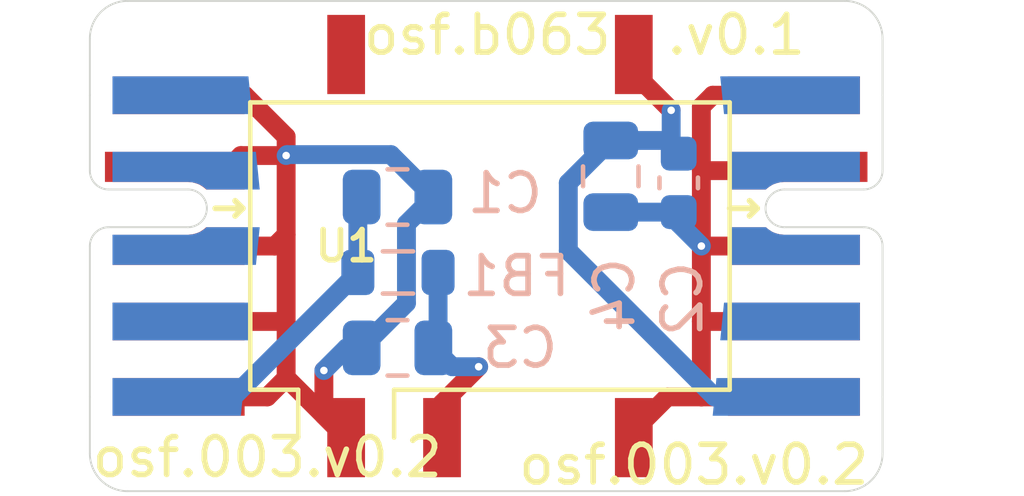
<source format=kicad_pcb>
(kicad_pcb (version 20171130) (host pcbnew "(5.1.10)-1")

  (general
    (thickness 1.6)
    (drawings 13)
    (tracks 66)
    (zones 0)
    (modules 8)
    (nets 6)
  )

  (page A4)
  (layers
    (0 F.Cu signal)
    (31 B.Cu signal)
    (32 B.Adhes user)
    (33 F.Adhes user)
    (34 B.Paste user)
    (35 F.Paste user)
    (36 B.SilkS user)
    (37 F.SilkS user)
    (38 B.Mask user)
    (39 F.Mask user)
    (40 Dwgs.User user)
    (41 Cmts.User user)
    (42 Eco1.User user)
    (43 Eco2.User user)
    (44 Edge.Cuts user)
    (45 Margin user)
    (46 B.CrtYd user)
    (47 F.CrtYd user)
    (48 B.Fab user)
    (49 F.Fab user)
  )

  (setup
    (last_trace_width 0.15)
    (user_trace_width 0.2)
    (user_trace_width 0.5)
    (trace_clearance 0.15)
    (zone_clearance 0.4)
    (zone_45_only no)
    (trace_min 0.15)
    (via_size 0.45)
    (via_drill 0.2)
    (via_min_size 0.45)
    (via_min_drill 0.2)
    (uvia_size 0.3)
    (uvia_drill 0.1)
    (uvias_allowed no)
    (uvia_min_size 0.2)
    (uvia_min_drill 0.1)
    (edge_width 0.05)
    (segment_width 0.2)
    (pcb_text_width 0.3)
    (pcb_text_size 1.5 1.5)
    (mod_edge_width 0.12)
    (mod_text_size 1 1)
    (mod_text_width 0.15)
    (pad_size 1.524 1.524)
    (pad_drill 0.762)
    (pad_to_mask_clearance 0.04)
    (solder_mask_min_width 0.1)
    (aux_axis_origin 0 0)
    (visible_elements 7FFFFFFF)
    (pcbplotparams
      (layerselection 0x010fc_ffffffff)
      (usegerberextensions false)
      (usegerberattributes false)
      (usegerberadvancedattributes false)
      (creategerberjobfile false)
      (excludeedgelayer true)
      (linewidth 0.100000)
      (plotframeref false)
      (viasonmask false)
      (mode 1)
      (useauxorigin false)
      (hpglpennumber 1)
      (hpglpenspeed 20)
      (hpglpendiameter 15.000000)
      (psnegative false)
      (psa4output false)
      (plotreference true)
      (plotvalue true)
      (plotinvisibletext false)
      (padsonsilk false)
      (subtractmaskfromsilk false)
      (outputformat 1)
      (mirror false)
      (drillshape 0)
      (scaleselection 1)
      (outputdirectory "gerber"))
  )

  (net 0 "")
  (net 1 /isolator/GND1)
  (net 2 /isolator/VDD1)
  (net 3 /isolator/GND2)
  (net 4 /isolator/VDD2)
  (net 5 "Net-(C3-Pad1)")

  (net_class Default "This is the default net class."
    (clearance 0.15)
    (trace_width 0.15)
    (via_dia 0.45)
    (via_drill 0.2)
    (uvia_dia 0.3)
    (uvia_drill 0.1)
    (add_net /isolator/GND1)
    (add_net /isolator/GND2)
    (add_net /isolator/VDD1)
    (add_net /isolator/VDD2)
    (add_net "Net-(C3-Pad1)")
  )

  (module AI-footprints:PDS2-S5 (layer F.Cu) (tedit 604AD32C) (tstamp 60A142F0)
    (at 87.6 80.5)
    (path /6083C3A8/61153199)
    (fp_text reference U1 (at -3.81 0 180) (layer F.SilkS)
      (effects (font (size 0.8 0.8) (thickness 0.15)))
    )
    (fp_text value PDS2-S5 (at 0 1.27) (layer F.Fab)
      (effects (font (size 1 1) (thickness 0.15)))
    )
    (fp_line (start -6.35 -3.81) (end 6.35 -3.81) (layer F.SilkS) (width 0.12))
    (fp_line (start 6.35 -3.81) (end 6.35 3.81) (layer F.SilkS) (width 0.12))
    (fp_line (start 6.35 3.81) (end -2.54 3.81) (layer F.SilkS) (width 0.12))
    (fp_line (start -6.35 3.81) (end -6.35 -3.81) (layer F.SilkS) (width 0.12))
    (fp_line (start -2.54 5.08) (end -2.54 3.81) (layer F.SilkS) (width 0.12))
    (fp_line (start -5.08 5.08) (end -5.08 3.81) (layer F.SilkS) (width 0.12))
    (fp_line (start -5.08 3.81) (end -6.35 3.81) (layer F.SilkS) (width 0.12))
    (pad 8 smd rect (at -3.81 -5.08) (size 1 2.1) (layers F.Cu F.Paste F.Mask))
    (pad 5 smd rect (at 3.81 -5.08) (size 1 2.1) (layers F.Cu F.Paste F.Mask)
      (net 4 /isolator/VDD2))
    (pad 4 smd rect (at 3.81 5.08) (size 1 2.1) (layers F.Cu F.Paste F.Mask)
      (net 3 /isolator/GND2))
    (pad 2 smd rect (at -1.27 5.08) (size 1 2.1) (layers F.Cu F.Paste F.Mask)
      (net 5 "Net-(C3-Pad1)"))
    (pad 1 smd rect (at -3.81 5.08) (size 1 2.1) (layers F.Cu F.Paste F.Mask)
      (net 1 /isolator/GND1))
    (model /run/media/manjho4x/GitPartition/AI_Gits/aiKiCad_Bibliotheken/AI-3D-models/CUI_PDS2-S5-S3-M.step
      (offset (xyz 0 0 0.2))
      (scale (xyz 1 1 1))
      (rotate (xyz -90 0 0))
    )
  )

  (module Inductor_SMD:L_0805_2012Metric (layer B.Cu) (tedit 5F68FEF0) (tstamp 61153AA1)
    (at 85.1625 81.2 180)
    (descr "Inductor SMD 0805 (2012 Metric), square (rectangular) end terminal, IPC_7351 nominal, (Body size source: IPC-SM-782 page 80, https://www.pcb-3d.com/wordpress/wp-content/uploads/ipc-sm-782a_amendment_1_and_2.pdf), generated with kicad-footprint-generator")
    (tags inductor)
    (path /6083C3A8/6115683F)
    (attr smd)
    (fp_text reference FB1 (at -3.1375 -0.1) (layer B.SilkS)
      (effects (font (size 1 1) (thickness 0.15)) (justify mirror))
    )
    (fp_text value 0R (at 0 -1.55) (layer B.Fab)
      (effects (font (size 1 1) (thickness 0.15)) (justify mirror))
    )
    (fp_line (start 1.75 -0.85) (end -1.75 -0.85) (layer B.CrtYd) (width 0.05))
    (fp_line (start 1.75 0.85) (end 1.75 -0.85) (layer B.CrtYd) (width 0.05))
    (fp_line (start -1.75 0.85) (end 1.75 0.85) (layer B.CrtYd) (width 0.05))
    (fp_line (start -1.75 -0.85) (end -1.75 0.85) (layer B.CrtYd) (width 0.05))
    (fp_line (start -0.399622 -0.56) (end 0.399622 -0.56) (layer B.SilkS) (width 0.12))
    (fp_line (start -0.399622 0.56) (end 0.399622 0.56) (layer B.SilkS) (width 0.12))
    (fp_line (start 1 -0.45) (end -1 -0.45) (layer B.Fab) (width 0.1))
    (fp_line (start 1 0.45) (end 1 -0.45) (layer B.Fab) (width 0.1))
    (fp_line (start -1 0.45) (end 1 0.45) (layer B.Fab) (width 0.1))
    (fp_line (start -1 -0.45) (end -1 0.45) (layer B.Fab) (width 0.1))
    (fp_text user %R (at 0 0) (layer B.Fab)
      (effects (font (size 0.5 0.5) (thickness 0.08)) (justify mirror))
    )
    (pad 2 smd roundrect (at 1.0625 0 180) (size 0.875 1.2) (layers B.Cu B.Paste B.Mask) (roundrect_rratio 0.25)
      (net 2 /isolator/VDD1))
    (pad 1 smd roundrect (at -1.0625 0 180) (size 0.875 1.2) (layers B.Cu B.Paste B.Mask) (roundrect_rratio 0.25)
      (net 5 "Net-(C3-Pad1)"))
    (model ${KISYS3DMOD}/Inductor_SMD.3dshapes/L_0805_2012Metric.wrl
      (at (xyz 0 0 0))
      (scale (xyz 1 1 1))
      (rotate (xyz 0 0 0))
    )
  )

  (module Capacitor_SMD:C_0805_2012Metric (layer B.Cu) (tedit 5F68FEEE) (tstamp 61153A90)
    (at 90.8 78.65 270)
    (descr "Capacitor SMD 0805 (2012 Metric), square (rectangular) end terminal, IPC_7351 nominal, (Body size source: IPC-SM-782 page 76, https://www.pcb-3d.com/wordpress/wp-content/uploads/ipc-sm-782a_amendment_1_and_2.pdf, https://docs.google.com/spreadsheets/d/1BsfQQcO9C6DZCsRaXUlFlo91Tg2WpOkGARC1WS5S8t0/edit?usp=sharing), generated with kicad-footprint-generator")
    (tags capacitor)
    (path /6083C3A8/61154B35)
    (attr smd)
    (fp_text reference C4 (at 3.15 -0.1 90) (layer B.SilkS)
      (effects (font (size 1 1) (thickness 0.15)) (justify mirror))
    )
    (fp_text value 10uF (at 0 -1.68 90) (layer B.Fab)
      (effects (font (size 1 1) (thickness 0.15)) (justify mirror))
    )
    (fp_line (start 1.7 -0.98) (end -1.7 -0.98) (layer B.CrtYd) (width 0.05))
    (fp_line (start 1.7 0.98) (end 1.7 -0.98) (layer B.CrtYd) (width 0.05))
    (fp_line (start -1.7 0.98) (end 1.7 0.98) (layer B.CrtYd) (width 0.05))
    (fp_line (start -1.7 -0.98) (end -1.7 0.98) (layer B.CrtYd) (width 0.05))
    (fp_line (start -0.261252 -0.735) (end 0.261252 -0.735) (layer B.SilkS) (width 0.12))
    (fp_line (start -0.261252 0.735) (end 0.261252 0.735) (layer B.SilkS) (width 0.12))
    (fp_line (start 1 -0.625) (end -1 -0.625) (layer B.Fab) (width 0.1))
    (fp_line (start 1 0.625) (end 1 -0.625) (layer B.Fab) (width 0.1))
    (fp_line (start -1 0.625) (end 1 0.625) (layer B.Fab) (width 0.1))
    (fp_line (start -1 -0.625) (end -1 0.625) (layer B.Fab) (width 0.1))
    (fp_text user %R (at 0 0 90) (layer B.Fab)
      (effects (font (size 0.5 0.5) (thickness 0.08)) (justify mirror))
    )
    (pad 2 smd roundrect (at 0.95 0 270) (size 1 1.45) (layers B.Cu B.Paste B.Mask) (roundrect_rratio 0.25)
      (net 3 /isolator/GND2))
    (pad 1 smd roundrect (at -0.95 0 270) (size 1 1.45) (layers B.Cu B.Paste B.Mask) (roundrect_rratio 0.25)
      (net 4 /isolator/VDD2))
    (model ${KISYS3DMOD}/Capacitor_SMD.3dshapes/C_0805_2012Metric.wrl
      (at (xyz 0 0 0))
      (scale (xyz 1 1 1))
      (rotate (xyz 0 0 0))
    )
  )

  (module Capacitor_SMD:C_0805_2012Metric (layer B.Cu) (tedit 5F68FEEE) (tstamp 61262708)
    (at 85.15 83.2 180)
    (descr "Capacitor SMD 0805 (2012 Metric), square (rectangular) end terminal, IPC_7351 nominal, (Body size source: IPC-SM-782 page 76, https://www.pcb-3d.com/wordpress/wp-content/uploads/ipc-sm-782a_amendment_1_and_2.pdf, https://docs.google.com/spreadsheets/d/1BsfQQcO9C6DZCsRaXUlFlo91Tg2WpOkGARC1WS5S8t0/edit?usp=sharing), generated with kicad-footprint-generator")
    (tags capacitor)
    (path /6083C3A8/61155C6B)
    (attr smd)
    (fp_text reference C3 (at -3.25 0) (layer B.SilkS)
      (effects (font (size 1 1) (thickness 0.15)) (justify mirror))
    )
    (fp_text value 10uF (at 0 -1.68) (layer B.Fab)
      (effects (font (size 1 1) (thickness 0.15)) (justify mirror))
    )
    (fp_line (start 1.7 -0.98) (end -1.7 -0.98) (layer B.CrtYd) (width 0.05))
    (fp_line (start 1.7 0.98) (end 1.7 -0.98) (layer B.CrtYd) (width 0.05))
    (fp_line (start -1.7 0.98) (end 1.7 0.98) (layer B.CrtYd) (width 0.05))
    (fp_line (start -1.7 -0.98) (end -1.7 0.98) (layer B.CrtYd) (width 0.05))
    (fp_line (start -0.261252 -0.735) (end 0.261252 -0.735) (layer B.SilkS) (width 0.12))
    (fp_line (start -0.261252 0.735) (end 0.261252 0.735) (layer B.SilkS) (width 0.12))
    (fp_line (start 1 -0.625) (end -1 -0.625) (layer B.Fab) (width 0.1))
    (fp_line (start 1 0.625) (end 1 -0.625) (layer B.Fab) (width 0.1))
    (fp_line (start -1 0.625) (end 1 0.625) (layer B.Fab) (width 0.1))
    (fp_line (start -1 -0.625) (end -1 0.625) (layer B.Fab) (width 0.1))
    (fp_text user %R (at 0 0) (layer B.Fab)
      (effects (font (size 0.5 0.5) (thickness 0.08)) (justify mirror))
    )
    (pad 2 smd roundrect (at 0.95 0 180) (size 1 1.45) (layers B.Cu B.Paste B.Mask) (roundrect_rratio 0.25)
      (net 1 /isolator/GND1))
    (pad 1 smd roundrect (at -0.95 0 180) (size 1 1.45) (layers B.Cu B.Paste B.Mask) (roundrect_rratio 0.25)
      (net 5 "Net-(C3-Pad1)"))
    (model ${KISYS3DMOD}/Capacitor_SMD.3dshapes/C_0805_2012Metric.wrl
      (at (xyz 0 0 0))
      (scale (xyz 1 1 1))
      (rotate (xyz 0 0 0))
    )
  )

  (module Capacitor_SMD:C_0805_2012Metric (layer B.Cu) (tedit 5F68FEEE) (tstamp 60A1421F)
    (at 85.15 79.2)
    (descr "Capacitor SMD 0805 (2012 Metric), square (rectangular) end terminal, IPC_7351 nominal, (Body size source: IPC-SM-782 page 76, https://www.pcb-3d.com/wordpress/wp-content/uploads/ipc-sm-782a_amendment_1_and_2.pdf, https://docs.google.com/spreadsheets/d/1BsfQQcO9C6DZCsRaXUlFlo91Tg2WpOkGARC1WS5S8t0/edit?usp=sharing), generated with kicad-footprint-generator")
    (tags capacitor)
    (path /6083C3A8/60A18186)
    (attr smd)
    (fp_text reference C1 (at 2.85 -0.1) (layer B.SilkS)
      (effects (font (size 1 1) (thickness 0.15)) (justify mirror))
    )
    (fp_text value 10uF (at 0 -1.68) (layer B.Fab)
      (effects (font (size 1 1) (thickness 0.15)) (justify mirror))
    )
    (fp_line (start 1.7 -0.98) (end -1.7 -0.98) (layer B.CrtYd) (width 0.05))
    (fp_line (start 1.7 0.98) (end 1.7 -0.98) (layer B.CrtYd) (width 0.05))
    (fp_line (start -1.7 0.98) (end 1.7 0.98) (layer B.CrtYd) (width 0.05))
    (fp_line (start -1.7 -0.98) (end -1.7 0.98) (layer B.CrtYd) (width 0.05))
    (fp_line (start -0.261252 -0.735) (end 0.261252 -0.735) (layer B.SilkS) (width 0.12))
    (fp_line (start -0.261252 0.735) (end 0.261252 0.735) (layer B.SilkS) (width 0.12))
    (fp_line (start 1 -0.625) (end -1 -0.625) (layer B.Fab) (width 0.1))
    (fp_line (start 1 0.625) (end 1 -0.625) (layer B.Fab) (width 0.1))
    (fp_line (start -1 0.625) (end 1 0.625) (layer B.Fab) (width 0.1))
    (fp_line (start -1 -0.625) (end -1 0.625) (layer B.Fab) (width 0.1))
    (fp_text user %R (at 0 0) (layer B.Fab)
      (effects (font (size 0.5 0.5) (thickness 0.08)) (justify mirror))
    )
    (pad 2 smd roundrect (at 0.95 0) (size 1 1.45) (layers B.Cu B.Paste B.Mask) (roundrect_rratio 0.25)
      (net 1 /isolator/GND1))
    (pad 1 smd roundrect (at -0.95 0) (size 1 1.45) (layers B.Cu B.Paste B.Mask) (roundrect_rratio 0.25)
      (net 2 /isolator/VDD1))
    (model ${KISYS3DMOD}/Capacitor_SMD.3dshapes/C_0805_2012Metric.wrl
      (at (xyz 0 0 0))
      (scale (xyz 1 1 1))
      (rotate (xyz 0 0 0))
    )
  )

  (module on_edge:on_edge_2x05_host (layer F.Cu) (tedit 607DF692) (tstamp 60A14270)
    (at 98 80.5 270)
    (path /61158FCF)
    (attr virtual)
    (fp_text reference J2 (at 0.05 -3.2 180 unlocked) (layer F.Fab)
      (effects (font (size 0.5 0.5) (thickness 0.125)))
    )
    (fp_text value 003_power (at -1.2 -2 90) (layer F.Fab)
      (effects (font (size 1 1) (thickness 0.15)))
    )
    (fp_line (start -1 4.05) (end -1 3.323) (layer F.SilkS) (width 0.153))
    (fp_line (start -0.8 3.523) (end -1 3.323) (layer F.SilkS) (width 0.153))
    (fp_line (start -1 3.323) (end -1.2 3.523) (layer F.SilkS) (width 0.153))
    (fp_line (start -1.5 0.5) (end -1.5 2.6) (layer Edge.Cuts) (width 0.05))
    (fp_line (start -0.5 2.6) (end -0.5 0.5) (layer Edge.Cuts) (width 0.05))
    (fp_line (start -4 0) (end -2 0) (layer Edge.Cuts) (width 0.05))
    (fp_line (start 0 0) (end 4 0) (layer Edge.Cuts) (width 0.05))
    (fp_line (start -5 5) (end 5 5) (layer F.CrtYd) (width 0.05))
    (fp_line (start 5 5) (end 5 -0.5) (layer F.CrtYd) (width 0.05))
    (fp_line (start 5 -0.5) (end -5 -0.5) (layer F.CrtYd) (width 0.05))
    (fp_line (start -5 -0.5) (end -5 5) (layer F.CrtYd) (width 0.05))
    (fp_line (start 5 5) (end -5 5) (layer B.CrtYd) (width 0.05))
    (fp_line (start -5 5) (end -5 -0.5) (layer B.CrtYd) (width 0.05))
    (fp_line (start -5 -0.5) (end 5 -0.5) (layer B.CrtYd) (width 0.05))
    (fp_line (start 5 -0.5) (end 5 5) (layer B.CrtYd) (width 0.05))
    (fp_arc (start 0 0.5) (end 0 0) (angle -90) (layer Edge.Cuts) (width 0.05))
    (fp_arc (start -2 0.5) (end -1.5 0.5) (angle -90) (layer Edge.Cuts) (width 0.05))
    (fp_arc (start -1 2.6) (end -1.5 2.6) (angle -180) (layer Edge.Cuts) (width 0.05))
    (pad 2 smd custom (at -2 3.6 270) (size 1 1) (layers F.Cu F.Mask)
      (net 3 /isolator/GND2) (zone_connect 0)
      (options (clearance outline) (anchor rect))
      (primitives
        (gr_poly (pts
           (xy 0.3 -0.99) (xy 0.31 -0.88) (xy 0.33 -0.8) (xy 0.35 -0.74) (xy 0.37 -0.69)
           (xy 0.4 -0.64) (xy 0.44 -0.58) (xy 0.48 -0.53) (xy 0.5 -0.51) (xy 0.5 0.5)
           (xy -0.5 0.5) (xy -0.5 -3.2) (xy 0.3 -3.2)) (width 0))
      ))
    (pad 3 smd custom (at 0 3.6 270) (size 1 1) (layers F.Cu F.Mask)
      (net 3 /isolator/GND2) (zone_connect 0)
      (options (clearance outline) (anchor rect))
      (primitives
        (gr_poly (pts
           (xy -0.3 -0.99) (xy -0.31 -0.88) (xy -0.33 -0.8) (xy -0.35 -0.74) (xy -0.37 -0.69)
           (xy -0.4 -0.64) (xy -0.44 -0.58) (xy -0.48 -0.53) (xy -0.5 -0.51) (xy -0.5 0.5)
           (xy 0.5 0.5) (xy 0.5 -3) (xy -0.3 -3)) (width 0))
      ))
    (pad 8 smd custom (at 0 2.1 90) (size 0.4 0.4) (layers B.Cu B.Mask)
      (zone_connect 0)
      (options (clearance outline) (anchor rect))
      (primitives
        (gr_poly (pts
           (xy 0.3 -0.51) (xy 0.31 -0.62) (xy 0.33 -0.7) (xy 0.35 -0.76) (xy 0.37 -0.81)
           (xy 0.4 -0.86) (xy 0.44 -0.92) (xy 0.48 -0.97) (xy 0.5 -0.99) (xy 0.5 -1.9)
           (xy -0.5 -2) (xy -0.5 1.5) (xy 0.3 1.5)) (width 0))
      ))
    (pad 7 smd custom (at -2 2.1 90) (size 0.4 0.4) (layers B.Cu B.Mask)
      (zone_connect 0)
      (options (clearance outline) (anchor rect))
      (primitives
        (gr_poly (pts
           (xy -0.3 -0.51) (xy -0.31 -0.62) (xy -0.33 -0.7) (xy -0.35 -0.76) (xy -0.37 -0.81)
           (xy -0.4 -0.86) (xy -0.44 -0.92) (xy -0.48 -0.97) (xy -0.5 -0.99) (xy -0.5 -1.9)
           (xy 0.5 -2) (xy 0.5 1.5) (xy -0.3 1.5)) (width 0))
      ))
    (pad 4 smd rect (at 2 2.35 270) (size 1 3.5) (layers F.Cu F.Mask)
      (net 3 /isolator/GND2) (zone_connect 0))
    (pad 10 smd custom (at 4 2.5 90) (size 1 3.8) (layers B.Cu B.Mask)
      (net 4 /isolator/VDD2) (zone_connect 0)
      (options (clearance outline) (anchor rect))
      (primitives
        (gr_poly (pts
           (xy 0.5 -1.9) (xy -0.5 -2) (xy -0.5 -1.9)) (width 0))
      ))
    (pad 9 smd custom (at 2 2.4 90) (size 1 3.6) (layers B.Cu B.Mask)
      (zone_connect 0)
      (options (clearance outline) (anchor rect))
      (primitives
        (gr_poly (pts
           (xy 0.5 -1.8) (xy -0.5 -1.9) (xy -0.5 -1.8)) (width 0))
      ))
    (pad 6 smd custom (at -4 2.4 90) (size 1 3.6) (layers B.Cu B.Mask)
      (zone_connect 0)
      (options (clearance outline) (anchor rect))
      (primitives
        (gr_poly (pts
           (xy 0.5 -1.8) (xy 0.5 -1.9) (xy -0.5 -1.8)) (width 0))
      ))
    (pad 5 smd rect (at 4 2.35 270) (size 1 3.5) (layers F.Cu F.Mask)
      (net 3 /isolator/GND2) (zone_connect 0))
    (pad 1 smd rect (at -4 2.35 270) (size 1 3.5) (layers F.Cu F.Mask)
      (net 3 /isolator/GND2) (zone_connect 0))
  )

  (module on_edge:on_edge_2x05_device (layer F.Cu) (tedit 607DF540) (tstamp 60A14250)
    (at 77 80.5 270)
    (path /61158008)
    (attr virtual)
    (fp_text reference J1 (at 0 1.2 270 unlocked) (layer F.Fab)
      (effects (font (size 0.5 0.5) (thickness 0.05)))
    )
    (fp_text value 003_power (at 0 2 270 unlocked) (layer F.Fab)
      (effects (font (size 0.5 0.5) (thickness 0.05)))
    )
    (fp_line (start 5 0.5) (end 5 -5) (layer B.CrtYd) (width 0.05))
    (fp_line (start -5 0.5) (end 5 0.5) (layer B.CrtYd) (width 0.05))
    (fp_line (start -5 -5) (end -5 0.5) (layer B.CrtYd) (width 0.05))
    (fp_line (start 5 -5) (end -5 -5) (layer B.CrtYd) (width 0.05))
    (fp_line (start -5 0.5) (end -5 -5) (layer F.CrtYd) (width 0.05))
    (fp_line (start 5 0.5) (end -5 0.5) (layer F.CrtYd) (width 0.05))
    (fp_line (start 5 -5) (end 5 0.5) (layer F.CrtYd) (width 0.05))
    (fp_line (start -5 -5) (end 5 -5) (layer F.CrtYd) (width 0.05))
    (fp_line (start 0 0) (end 4 0) (layer Edge.Cuts) (width 0.05))
    (fp_line (start -4 0) (end -2 0) (layer Edge.Cuts) (width 0.05))
    (fp_line (start -1 -4.05) (end -1 -3.323) (layer F.SilkS) (width 0.153))
    (fp_line (start -1 -4.05) (end -0.8 -3.85) (layer F.SilkS) (width 0.153))
    (fp_line (start -1.2 -3.85) (end -1 -4.05) (layer F.SilkS) (width 0.153))
    (fp_line (start -0.5 -0.5) (end -0.5 -2.6) (layer Edge.Cuts) (width 0.05))
    (fp_line (start -1.5 -2.6) (end -1.5 -0.5) (layer Edge.Cuts) (width 0.05))
    (fp_arc (start -2 -0.5) (end -2 0) (angle -90) (layer Edge.Cuts) (width 0.05))
    (fp_arc (start 0 -0.5) (end -0.5 -0.5) (angle -90) (layer Edge.Cuts) (width 0.05))
    (fp_arc (start -1 -2.6) (end -0.5 -2.6) (angle -180) (layer Edge.Cuts) (width 0.05))
    (pad 2 smd custom (at -2 -3.6 270) (size 1 1) (layers F.Cu F.Mask)
      (net 1 /isolator/GND1) (zone_connect 0)
      (options (clearance outline) (anchor rect))
      (primitives
        (gr_poly (pts
           (xy 0.3 1) (xy 0.31 0.89) (xy 0.33 0.81) (xy 0.35 0.75) (xy 0.37 0.7)
           (xy 0.4 0.65) (xy 0.44 0.59) (xy 0.48 0.54) (xy 0.5 0.52) (xy 0.5 -0.5)
           (xy -0.5 -0.5) (xy -0.5 3.2) (xy 0.3 3.2)) (width 0))
      ))
    (pad 3 smd custom (at 0 -3.6 270) (size 1 1) (layers F.Cu F.Mask)
      (net 1 /isolator/GND1) (zone_connect 0)
      (options (clearance outline) (anchor rect))
      (primitives
        (gr_poly (pts
           (xy -0.3 1) (xy -0.31 0.89) (xy -0.33 0.81) (xy -0.35 0.75) (xy -0.37 0.7)
           (xy -0.4 0.65) (xy -0.44 0.59) (xy -0.48 0.54) (xy -0.5 0.52) (xy -0.5 -0.5)
           (xy 0.5 -0.5) (xy 0.5 3) (xy -0.3 3)) (width 0))
      ))
    (pad 8 smd custom (at 0 -2.1 270) (size 0.4 0.4) (layers B.Cu B.Mask)
      (zone_connect 0)
      (options (clearance outline) (anchor rect))
      (primitives
        (gr_poly (pts
           (xy -0.3 -0.51) (xy -0.31 -0.62) (xy -0.33 -0.7) (xy -0.35 -0.76) (xy -0.37 -0.81)
           (xy -0.4 -0.86) (xy -0.44 -0.92) (xy -0.48 -0.97) (xy -0.5 -0.99) (xy -0.5 -2.4)
           (xy 0.5 -2.3) (xy 0.5 1.5) (xy -0.3 1.5)) (width 0))
      ))
    (pad 7 smd custom (at -2 -2.1 270) (size 0.4 0.4) (layers B.Cu B.Mask)
      (zone_connect 0)
      (options (clearance outline) (anchor rect))
      (primitives
        (gr_poly (pts
           (xy 0.3 -0.51) (xy 0.31 -0.62) (xy 0.33 -0.7) (xy 0.35 -0.76) (xy 0.37 -0.81)
           (xy 0.4 -0.86) (xy 0.44 -0.92) (xy 0.48 -0.97) (xy 0.5 -0.99) (xy 0.5 -2.4)
           (xy -0.5 -2.3) (xy -0.5 1.5) (xy 0.3 1.5)) (width 0))
      ))
    (pad 10 smd custom (at 4 -2.3 270) (size 1 3.4) (layers B.Cu B.Mask)
      (net 2 /isolator/VDD1) (zone_connect 0)
      (options (clearance outline) (anchor rect))
      (primitives
        (gr_poly (pts
           (xy -0.5 -1.7) (xy -0.5 -1.8) (xy 0.5 -1.7)) (width 0))
      ))
    (pad 9 smd custom (at 2 -2.4 270) (size 1 3.6) (layers B.Cu B.Mask)
      (zone_connect 0)
      (options (clearance outline) (anchor rect))
      (primitives
        (gr_poly (pts
           (xy -0.5 -1.8) (xy -0.5 -1.9) (xy 0.5 -1.8)) (width 0))
      ))
    (pad 6 smd custom (at -4 -2.4 270) (size 1 3.6) (layers B.Cu B.Mask)
      (zone_connect 0)
      (options (clearance outline) (anchor rect))
      (primitives
        (gr_poly (pts
           (xy 0.5 -1.8) (xy 0.5 -1.9) (xy -0.5 -1.8)) (width 0))
      ))
    (pad 5 smd rect (at 4 -2.35 90) (size 1 3.5) (layers F.Cu F.Mask)
      (net 1 /isolator/GND1) (zone_connect 0))
    (pad 1 smd rect (at -4 -2.35 90) (size 1 3.5) (layers F.Cu F.Mask)
      (net 1 /isolator/GND1) (zone_connect 0))
    (pad 4 smd rect (at 2 -2.35 90) (size 1 3.5) (layers F.Cu F.Mask)
      (net 1 /isolator/GND1) (zone_connect 0))
  )

  (module Capacitor_SMD:C_0603_1608Metric (layer B.Cu) (tedit 5F68FEEE) (tstamp 60A14230)
    (at 92.6 78.825 270)
    (descr "Capacitor SMD 0603 (1608 Metric), square (rectangular) end terminal, IPC_7351 nominal, (Body size source: IPC-SM-782 page 76, https://www.pcb-3d.com/wordpress/wp-content/uploads/ipc-sm-782a_amendment_1_and_2.pdf), generated with kicad-footprint-generator")
    (tags capacitor)
    (path /6083C3A8/60A186FC)
    (attr smd)
    (fp_text reference C2 (at 3.075 -0.1 90) (layer B.SilkS)
      (effects (font (size 1 1) (thickness 0.15)) (justify mirror))
    )
    (fp_text value 100nF (at 0 -1.43 90) (layer B.Fab)
      (effects (font (size 1 1) (thickness 0.15)) (justify mirror))
    )
    (fp_line (start 1.48 -0.73) (end -1.48 -0.73) (layer B.CrtYd) (width 0.05))
    (fp_line (start 1.48 0.73) (end 1.48 -0.73) (layer B.CrtYd) (width 0.05))
    (fp_line (start -1.48 0.73) (end 1.48 0.73) (layer B.CrtYd) (width 0.05))
    (fp_line (start -1.48 -0.73) (end -1.48 0.73) (layer B.CrtYd) (width 0.05))
    (fp_line (start -0.14058 -0.51) (end 0.14058 -0.51) (layer B.SilkS) (width 0.12))
    (fp_line (start -0.14058 0.51) (end 0.14058 0.51) (layer B.SilkS) (width 0.12))
    (fp_line (start 0.8 -0.4) (end -0.8 -0.4) (layer B.Fab) (width 0.1))
    (fp_line (start 0.8 0.4) (end 0.8 -0.4) (layer B.Fab) (width 0.1))
    (fp_line (start -0.8 0.4) (end 0.8 0.4) (layer B.Fab) (width 0.1))
    (fp_line (start -0.8 -0.4) (end -0.8 0.4) (layer B.Fab) (width 0.1))
    (fp_text user %R (at 0 0 90) (layer B.Fab)
      (effects (font (size 0.4 0.4) (thickness 0.06)) (justify mirror))
    )
    (pad 2 smd roundrect (at 0.775 0 270) (size 0.9 0.95) (layers B.Cu B.Paste B.Mask) (roundrect_rratio 0.25)
      (net 3 /isolator/GND2))
    (pad 1 smd roundrect (at -0.775 0 270) (size 0.9 0.95) (layers B.Cu B.Paste B.Mask) (roundrect_rratio 0.25)
      (net 4 /isolator/VDD2))
    (model ${KISYS3DMOD}/Capacitor_SMD.3dshapes/C_0603_1608Metric.wrl
      (at (xyz 0 0 0))
      (scale (xyz 1 1 1))
      (rotate (xyz 0 0 0))
    )
  )

  (gr_text osf.003.v0.2 (at 93 86.3) (layer F.SilkS) (tstamp 60A15077)
    (effects (font (size 1 1) (thickness 0.15)))
  )
  (gr_text osf.003.v0.2 (at 81.7 86.1) (layer F.SilkS)
    (effects (font (size 1 1) (thickness 0.15)))
  )
  (gr_text "osf.b063  .v0.1" (at 90.1 74.9) (layer F.SilkS)
    (effects (font (size 1 1) (thickness 0.15)))
  )
  (gr_line (start 77 76.5) (end 77 75) (layer Edge.Cuts) (width 0.05) (tstamp 609CF599))
  (gr_line (start 98 76.5) (end 98 75) (layer Edge.Cuts) (width 0.05) (tstamp 6083D7CB))
  (gr_line (start 98 86) (end 98 84.5) (layer Edge.Cuts) (width 0.05))
  (gr_line (start 78 74) (end 97 74) (layer Edge.Cuts) (width 0.05) (tstamp 6083D74D))
  (gr_line (start 77 86) (end 77 84.5) (layer Edge.Cuts) (width 0.05) (tstamp 6083704E))
  (gr_line (start 97 87) (end 78 87) (layer Edge.Cuts) (width 0.05) (tstamp 6083704D))
  (gr_arc (start 78 86) (end 77 86) (angle -90) (layer Edge.Cuts) (width 0.05))
  (gr_arc (start 97 86) (end 97 87) (angle -90) (layer Edge.Cuts) (width 0.05))
  (gr_arc (start 78 75) (end 78 74) (angle -90) (layer Edge.Cuts) (width 0.05))
  (gr_arc (start 97 75) (end 98 75) (angle -90) (layer Edge.Cuts) (width 0.05))

  (segment (start 85.38749 79.91251) (end 86.1 79.2) (width 0.5) (layer B.Cu) (net 1))
  (segment (start 85.38749 82.01251) (end 85.38749 79.91251) (width 0.5) (layer B.Cu) (net 1))
  (segment (start 84.2 83.2) (end 85.38749 82.01251) (width 0.5) (layer B.Cu) (net 1))
  (via (at 82.2 78.1) (size 0.45) (drill 0.2) (layers F.Cu B.Cu) (net 1))
  (segment (start 82.22501 78.07499) (end 82.2 78.1) (width 0.5) (layer B.Cu) (net 1))
  (segment (start 84.97499 78.07499) (end 82.22501 78.07499) (width 0.5) (layer B.Cu) (net 1))
  (segment (start 86.1 79.2) (end 84.97499 78.07499) (width 0.5) (layer B.Cu) (net 1))
  (segment (start 81 78.1) (end 80.6 78.5) (width 0.5) (layer F.Cu) (net 1))
  (segment (start 82.2 78.1) (end 81 78.1) (width 0.5) (layer F.Cu) (net 1))
  (segment (start 79.35 76.5) (end 81.1 76.5) (width 0.5) (layer F.Cu) (net 1))
  (segment (start 82.2 77.6) (end 82.2 78.1) (width 0.5) (layer F.Cu) (net 1))
  (segment (start 81.1 76.5) (end 82.2 77.6) (width 0.5) (layer F.Cu) (net 1))
  (segment (start 80.6 80.5) (end 81.9 80.5) (width 0.5) (layer F.Cu) (net 1))
  (segment (start 82.2 80.2) (end 82.2 78.1) (width 0.5) (layer F.Cu) (net 1))
  (segment (start 81.9 80.5) (end 82.2 80.2) (width 0.5) (layer F.Cu) (net 1))
  (segment (start 79.35 84.5) (end 81.7 84.5) (width 0.5) (layer F.Cu) (net 1))
  (segment (start 81.7 84.5) (end 82.2 84) (width 0.5) (layer F.Cu) (net 1))
  (segment (start 79.35 82.5) (end 82.2 82.5) (width 0.5) (layer F.Cu) (net 1))
  (segment (start 82.2 82.5) (end 82.2 80.2) (width 0.5) (layer F.Cu) (net 1))
  (segment (start 82.2 84) (end 82.2 82.5) (width 0.5) (layer F.Cu) (net 1))
  (segment (start 82.21 84) (end 83.79 85.58) (width 0.5) (layer F.Cu) (net 1))
  (segment (start 82.2 84) (end 82.21 84) (width 0.5) (layer F.Cu) (net 1))
  (via (at 83.2 83.8) (size 0.45) (drill 0.2) (layers F.Cu B.Cu) (net 1))
  (segment (start 83.8 83.2) (end 83.2 83.8) (width 0.5) (layer B.Cu) (net 1))
  (segment (start 84.2 83.2) (end 83.8 83.2) (width 0.5) (layer B.Cu) (net 1))
  (segment (start 83.2 84.99) (end 83.79 85.58) (width 0.5) (layer F.Cu) (net 1))
  (segment (start 83.2 83.8) (end 83.2 84.99) (width 0.5) (layer F.Cu) (net 1))
  (segment (start 84.1 79.3) (end 84.2 79.2) (width 0.5) (layer B.Cu) (net 2))
  (segment (start 84.1 81.2) (end 84.1 79.3) (width 0.5) (layer B.Cu) (net 2))
  (segment (start 80.8 84.5) (end 79.3 84.5) (width 0.5) (layer B.Cu) (net 2))
  (segment (start 84.1 81.2) (end 80.8 84.5) (width 0.5) (layer B.Cu) (net 2))
  (segment (start 90.8 79.6) (end 92.6 79.6) (width 0.5) (layer B.Cu) (net 3))
  (segment (start 91.41 85.58) (end 91.41 85.39) (width 0.5) (layer F.Cu) (net 3))
  (segment (start 91.41 85.39) (end 92.3 84.5) (width 0.5) (layer F.Cu) (net 3))
  (segment (start 92.3 84.5) (end 93.2 84.5) (width 0.5) (layer F.Cu) (net 3))
  (segment (start 93.2 84.5) (end 95.65 84.5) (width 0.5) (layer F.Cu) (net 3))
  (segment (start 93.5 76.5) (end 95.65 76.5) (width 0.5) (layer F.Cu) (net 3))
  (segment (start 93.2 76.8) (end 93.5 76.5) (width 0.5) (layer F.Cu) (net 3))
  (segment (start 94.4 78.5) (end 93.2 78.5) (width 0.5) (layer F.Cu) (net 3))
  (segment (start 93.2 78.5) (end 93.2 76.8) (width 0.5) (layer F.Cu) (net 3))
  (segment (start 94.4 80.5) (end 93.2 80.5) (width 0.5) (layer F.Cu) (net 3))
  (segment (start 93.2 80.5) (end 93.2 78.5) (width 0.5) (layer F.Cu) (net 3))
  (segment (start 95.65 82.5) (end 93.2 82.5) (width 0.5) (layer F.Cu) (net 3))
  (segment (start 93.2 82.5) (end 93.2 80.5) (width 0.5) (layer F.Cu) (net 3))
  (segment (start 93.2 84.5) (end 93.2 82.5) (width 0.5) (layer F.Cu) (net 3))
  (via (at 93.2 80.5) (size 0.45) (drill 0.2) (layers F.Cu B.Cu) (net 3))
  (segment (start 92.6 79.9) (end 93.2 80.5) (width 0.5) (layer B.Cu) (net 3))
  (segment (start 92.6 79.6) (end 92.6 79.9) (width 0.5) (layer B.Cu) (net 3))
  (via (at 92.4 76.9) (size 0.45) (drill 0.2) (layers F.Cu B.Cu) (net 4))
  (segment (start 91.41 75.91) (end 92.4 76.9) (width 0.5) (layer F.Cu) (net 4))
  (segment (start 91.41 75.42) (end 91.41 75.91) (width 0.5) (layer F.Cu) (net 4))
  (segment (start 92.4 77.85) (end 92.6 78.05) (width 0.5) (layer B.Cu) (net 4))
  (segment (start 92.4 76.9) (end 92.4 77.85) (width 0.5) (layer B.Cu) (net 4))
  (segment (start 92.25 77.7) (end 92.6 78.05) (width 0.5) (layer B.Cu) (net 4))
  (segment (start 90.8 77.7) (end 92.25 77.7) (width 0.5) (layer B.Cu) (net 4))
  (segment (start 89.67499 78.82501) (end 90.8 77.7) (width 0.5) (layer B.Cu) (net 4))
  (segment (start 93.55 84.5) (end 89.67499 80.62499) (width 0.5) (layer B.Cu) (net 4))
  (segment (start 89.67499 80.62499) (end 89.67499 78.82501) (width 0.5) (layer B.Cu) (net 4))
  (segment (start 95.5 84.5) (end 93.55 84.5) (width 0.5) (layer B.Cu) (net 4))
  (via (at 87.3 83.7) (size 0.45) (drill 0.2) (layers F.Cu B.Cu) (net 5))
  (segment (start 86.33 84.67) (end 87.3 83.7) (width 0.5) (layer F.Cu) (net 5))
  (segment (start 86.33 85.58) (end 86.33 84.67) (width 0.5) (layer F.Cu) (net 5))
  (segment (start 86.6 83.7) (end 86.1 83.2) (width 0.5) (layer B.Cu) (net 5))
  (segment (start 87.3 83.7) (end 86.6 83.7) (width 0.5) (layer B.Cu) (net 5))
  (segment (start 86.225 83.075) (end 86.1 83.2) (width 0.5) (layer B.Cu) (net 5))
  (segment (start 86.225 81.2) (end 86.225 83.075) (width 0.5) (layer B.Cu) (net 5))

)

</source>
